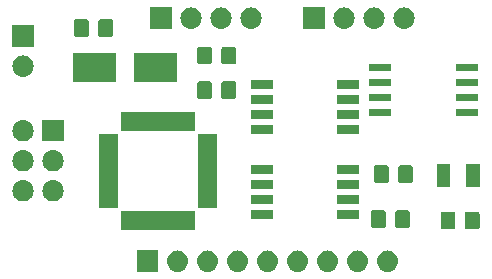
<source format=gts>
G04 #@! TF.GenerationSoftware,KiCad,Pcbnew,(5.1.4)-1*
G04 #@! TF.CreationDate,2019-10-15T21:25:22-05:00*
G04 #@! TF.ProjectId,BACEE,42414345-452e-46b6-9963-61645f706362,1*
G04 #@! TF.SameCoordinates,Original*
G04 #@! TF.FileFunction,Soldermask,Top*
G04 #@! TF.FilePolarity,Negative*
%FSLAX46Y46*%
G04 Gerber Fmt 4.6, Leading zero omitted, Abs format (unit mm)*
G04 Created by KiCad (PCBNEW (5.1.4)-1) date 2019-10-15 21:25:22*
%MOMM*%
%LPD*%
G04 APERTURE LIST*
%ADD10C,0.100000*%
G04 APERTURE END LIST*
D10*
G36*
X104504442Y-95879518D02*
G01*
X104570627Y-95886037D01*
X104740466Y-95937557D01*
X104896991Y-96021222D01*
X104932729Y-96050552D01*
X105034186Y-96133814D01*
X105117448Y-96235271D01*
X105146778Y-96271009D01*
X105230443Y-96427534D01*
X105281963Y-96597373D01*
X105299359Y-96774000D01*
X105281963Y-96950627D01*
X105230443Y-97120466D01*
X105146778Y-97276991D01*
X105117448Y-97312729D01*
X105034186Y-97414186D01*
X104932729Y-97497448D01*
X104896991Y-97526778D01*
X104740466Y-97610443D01*
X104570627Y-97661963D01*
X104504443Y-97668481D01*
X104438260Y-97675000D01*
X104349740Y-97675000D01*
X104283557Y-97668481D01*
X104217373Y-97661963D01*
X104047534Y-97610443D01*
X103891009Y-97526778D01*
X103855271Y-97497448D01*
X103753814Y-97414186D01*
X103670552Y-97312729D01*
X103641222Y-97276991D01*
X103557557Y-97120466D01*
X103506037Y-96950627D01*
X103488641Y-96774000D01*
X103506037Y-96597373D01*
X103557557Y-96427534D01*
X103641222Y-96271009D01*
X103670552Y-96235271D01*
X103753814Y-96133814D01*
X103855271Y-96050552D01*
X103891009Y-96021222D01*
X104047534Y-95937557D01*
X104217373Y-95886037D01*
X104283557Y-95879519D01*
X104349740Y-95873000D01*
X104438260Y-95873000D01*
X104504442Y-95879518D01*
X104504442Y-95879518D01*
G37*
G36*
X101964442Y-95879518D02*
G01*
X102030627Y-95886037D01*
X102200466Y-95937557D01*
X102356991Y-96021222D01*
X102392729Y-96050552D01*
X102494186Y-96133814D01*
X102577448Y-96235271D01*
X102606778Y-96271009D01*
X102690443Y-96427534D01*
X102741963Y-96597373D01*
X102759359Y-96774000D01*
X102741963Y-96950627D01*
X102690443Y-97120466D01*
X102606778Y-97276991D01*
X102577448Y-97312729D01*
X102494186Y-97414186D01*
X102392729Y-97497448D01*
X102356991Y-97526778D01*
X102200466Y-97610443D01*
X102030627Y-97661963D01*
X101964443Y-97668481D01*
X101898260Y-97675000D01*
X101809740Y-97675000D01*
X101743557Y-97668481D01*
X101677373Y-97661963D01*
X101507534Y-97610443D01*
X101351009Y-97526778D01*
X101315271Y-97497448D01*
X101213814Y-97414186D01*
X101130552Y-97312729D01*
X101101222Y-97276991D01*
X101017557Y-97120466D01*
X100966037Y-96950627D01*
X100948641Y-96774000D01*
X100966037Y-96597373D01*
X101017557Y-96427534D01*
X101101222Y-96271009D01*
X101130552Y-96235271D01*
X101213814Y-96133814D01*
X101315271Y-96050552D01*
X101351009Y-96021222D01*
X101507534Y-95937557D01*
X101677373Y-95886037D01*
X101743557Y-95879519D01*
X101809740Y-95873000D01*
X101898260Y-95873000D01*
X101964442Y-95879518D01*
X101964442Y-95879518D01*
G37*
G36*
X84975000Y-97675000D02*
G01*
X83173000Y-97675000D01*
X83173000Y-95873000D01*
X84975000Y-95873000D01*
X84975000Y-97675000D01*
X84975000Y-97675000D01*
G37*
G36*
X86724442Y-95879518D02*
G01*
X86790627Y-95886037D01*
X86960466Y-95937557D01*
X87116991Y-96021222D01*
X87152729Y-96050552D01*
X87254186Y-96133814D01*
X87337448Y-96235271D01*
X87366778Y-96271009D01*
X87450443Y-96427534D01*
X87501963Y-96597373D01*
X87519359Y-96774000D01*
X87501963Y-96950627D01*
X87450443Y-97120466D01*
X87366778Y-97276991D01*
X87337448Y-97312729D01*
X87254186Y-97414186D01*
X87152729Y-97497448D01*
X87116991Y-97526778D01*
X86960466Y-97610443D01*
X86790627Y-97661963D01*
X86724443Y-97668481D01*
X86658260Y-97675000D01*
X86569740Y-97675000D01*
X86503557Y-97668481D01*
X86437373Y-97661963D01*
X86267534Y-97610443D01*
X86111009Y-97526778D01*
X86075271Y-97497448D01*
X85973814Y-97414186D01*
X85890552Y-97312729D01*
X85861222Y-97276991D01*
X85777557Y-97120466D01*
X85726037Y-96950627D01*
X85708641Y-96774000D01*
X85726037Y-96597373D01*
X85777557Y-96427534D01*
X85861222Y-96271009D01*
X85890552Y-96235271D01*
X85973814Y-96133814D01*
X86075271Y-96050552D01*
X86111009Y-96021222D01*
X86267534Y-95937557D01*
X86437373Y-95886037D01*
X86503558Y-95879518D01*
X86569740Y-95873000D01*
X86658260Y-95873000D01*
X86724442Y-95879518D01*
X86724442Y-95879518D01*
G37*
G36*
X89264442Y-95879518D02*
G01*
X89330627Y-95886037D01*
X89500466Y-95937557D01*
X89656991Y-96021222D01*
X89692729Y-96050552D01*
X89794186Y-96133814D01*
X89877448Y-96235271D01*
X89906778Y-96271009D01*
X89990443Y-96427534D01*
X90041963Y-96597373D01*
X90059359Y-96774000D01*
X90041963Y-96950627D01*
X89990443Y-97120466D01*
X89906778Y-97276991D01*
X89877448Y-97312729D01*
X89794186Y-97414186D01*
X89692729Y-97497448D01*
X89656991Y-97526778D01*
X89500466Y-97610443D01*
X89330627Y-97661963D01*
X89264443Y-97668481D01*
X89198260Y-97675000D01*
X89109740Y-97675000D01*
X89043557Y-97668481D01*
X88977373Y-97661963D01*
X88807534Y-97610443D01*
X88651009Y-97526778D01*
X88615271Y-97497448D01*
X88513814Y-97414186D01*
X88430552Y-97312729D01*
X88401222Y-97276991D01*
X88317557Y-97120466D01*
X88266037Y-96950627D01*
X88248641Y-96774000D01*
X88266037Y-96597373D01*
X88317557Y-96427534D01*
X88401222Y-96271009D01*
X88430552Y-96235271D01*
X88513814Y-96133814D01*
X88615271Y-96050552D01*
X88651009Y-96021222D01*
X88807534Y-95937557D01*
X88977373Y-95886037D01*
X89043558Y-95879518D01*
X89109740Y-95873000D01*
X89198260Y-95873000D01*
X89264442Y-95879518D01*
X89264442Y-95879518D01*
G37*
G36*
X94344442Y-95879518D02*
G01*
X94410627Y-95886037D01*
X94580466Y-95937557D01*
X94736991Y-96021222D01*
X94772729Y-96050552D01*
X94874186Y-96133814D01*
X94957448Y-96235271D01*
X94986778Y-96271009D01*
X95070443Y-96427534D01*
X95121963Y-96597373D01*
X95139359Y-96774000D01*
X95121963Y-96950627D01*
X95070443Y-97120466D01*
X94986778Y-97276991D01*
X94957448Y-97312729D01*
X94874186Y-97414186D01*
X94772729Y-97497448D01*
X94736991Y-97526778D01*
X94580466Y-97610443D01*
X94410627Y-97661963D01*
X94344443Y-97668481D01*
X94278260Y-97675000D01*
X94189740Y-97675000D01*
X94123557Y-97668481D01*
X94057373Y-97661963D01*
X93887534Y-97610443D01*
X93731009Y-97526778D01*
X93695271Y-97497448D01*
X93593814Y-97414186D01*
X93510552Y-97312729D01*
X93481222Y-97276991D01*
X93397557Y-97120466D01*
X93346037Y-96950627D01*
X93328641Y-96774000D01*
X93346037Y-96597373D01*
X93397557Y-96427534D01*
X93481222Y-96271009D01*
X93510552Y-96235271D01*
X93593814Y-96133814D01*
X93695271Y-96050552D01*
X93731009Y-96021222D01*
X93887534Y-95937557D01*
X94057373Y-95886037D01*
X94123558Y-95879518D01*
X94189740Y-95873000D01*
X94278260Y-95873000D01*
X94344442Y-95879518D01*
X94344442Y-95879518D01*
G37*
G36*
X96884442Y-95879518D02*
G01*
X96950627Y-95886037D01*
X97120466Y-95937557D01*
X97276991Y-96021222D01*
X97312729Y-96050552D01*
X97414186Y-96133814D01*
X97497448Y-96235271D01*
X97526778Y-96271009D01*
X97610443Y-96427534D01*
X97661963Y-96597373D01*
X97679359Y-96774000D01*
X97661963Y-96950627D01*
X97610443Y-97120466D01*
X97526778Y-97276991D01*
X97497448Y-97312729D01*
X97414186Y-97414186D01*
X97312729Y-97497448D01*
X97276991Y-97526778D01*
X97120466Y-97610443D01*
X96950627Y-97661963D01*
X96884443Y-97668481D01*
X96818260Y-97675000D01*
X96729740Y-97675000D01*
X96663557Y-97668481D01*
X96597373Y-97661963D01*
X96427534Y-97610443D01*
X96271009Y-97526778D01*
X96235271Y-97497448D01*
X96133814Y-97414186D01*
X96050552Y-97312729D01*
X96021222Y-97276991D01*
X95937557Y-97120466D01*
X95886037Y-96950627D01*
X95868641Y-96774000D01*
X95886037Y-96597373D01*
X95937557Y-96427534D01*
X96021222Y-96271009D01*
X96050552Y-96235271D01*
X96133814Y-96133814D01*
X96235271Y-96050552D01*
X96271009Y-96021222D01*
X96427534Y-95937557D01*
X96597373Y-95886037D01*
X96663558Y-95879518D01*
X96729740Y-95873000D01*
X96818260Y-95873000D01*
X96884442Y-95879518D01*
X96884442Y-95879518D01*
G37*
G36*
X99424442Y-95879518D02*
G01*
X99490627Y-95886037D01*
X99660466Y-95937557D01*
X99816991Y-96021222D01*
X99852729Y-96050552D01*
X99954186Y-96133814D01*
X100037448Y-96235271D01*
X100066778Y-96271009D01*
X100150443Y-96427534D01*
X100201963Y-96597373D01*
X100219359Y-96774000D01*
X100201963Y-96950627D01*
X100150443Y-97120466D01*
X100066778Y-97276991D01*
X100037448Y-97312729D01*
X99954186Y-97414186D01*
X99852729Y-97497448D01*
X99816991Y-97526778D01*
X99660466Y-97610443D01*
X99490627Y-97661963D01*
X99424443Y-97668481D01*
X99358260Y-97675000D01*
X99269740Y-97675000D01*
X99203557Y-97668481D01*
X99137373Y-97661963D01*
X98967534Y-97610443D01*
X98811009Y-97526778D01*
X98775271Y-97497448D01*
X98673814Y-97414186D01*
X98590552Y-97312729D01*
X98561222Y-97276991D01*
X98477557Y-97120466D01*
X98426037Y-96950627D01*
X98408641Y-96774000D01*
X98426037Y-96597373D01*
X98477557Y-96427534D01*
X98561222Y-96271009D01*
X98590552Y-96235271D01*
X98673814Y-96133814D01*
X98775271Y-96050552D01*
X98811009Y-96021222D01*
X98967534Y-95937557D01*
X99137373Y-95886037D01*
X99203558Y-95879518D01*
X99269740Y-95873000D01*
X99358260Y-95873000D01*
X99424442Y-95879518D01*
X99424442Y-95879518D01*
G37*
G36*
X91804442Y-95879518D02*
G01*
X91870627Y-95886037D01*
X92040466Y-95937557D01*
X92196991Y-96021222D01*
X92232729Y-96050552D01*
X92334186Y-96133814D01*
X92417448Y-96235271D01*
X92446778Y-96271009D01*
X92530443Y-96427534D01*
X92581963Y-96597373D01*
X92599359Y-96774000D01*
X92581963Y-96950627D01*
X92530443Y-97120466D01*
X92446778Y-97276991D01*
X92417448Y-97312729D01*
X92334186Y-97414186D01*
X92232729Y-97497448D01*
X92196991Y-97526778D01*
X92040466Y-97610443D01*
X91870627Y-97661963D01*
X91804443Y-97668481D01*
X91738260Y-97675000D01*
X91649740Y-97675000D01*
X91583557Y-97668481D01*
X91517373Y-97661963D01*
X91347534Y-97610443D01*
X91191009Y-97526778D01*
X91155271Y-97497448D01*
X91053814Y-97414186D01*
X90970552Y-97312729D01*
X90941222Y-97276991D01*
X90857557Y-97120466D01*
X90806037Y-96950627D01*
X90788641Y-96774000D01*
X90806037Y-96597373D01*
X90857557Y-96427534D01*
X90941222Y-96271009D01*
X90970552Y-96235271D01*
X91053814Y-96133814D01*
X91155271Y-96050552D01*
X91191009Y-96021222D01*
X91347534Y-95937557D01*
X91517373Y-95886037D01*
X91583558Y-95879518D01*
X91649740Y-95873000D01*
X91738260Y-95873000D01*
X91804442Y-95879518D01*
X91804442Y-95879518D01*
G37*
G36*
X88089000Y-94155000D02*
G01*
X81837000Y-94155000D01*
X81837000Y-92553000D01*
X88089000Y-92553000D01*
X88089000Y-94155000D01*
X88089000Y-94155000D01*
G37*
G36*
X112021674Y-92598465D02*
G01*
X112059367Y-92609899D01*
X112094103Y-92628466D01*
X112124548Y-92653452D01*
X112149534Y-92683897D01*
X112168101Y-92718633D01*
X112179535Y-92756326D01*
X112184000Y-92801661D01*
X112184000Y-93888339D01*
X112179535Y-93933674D01*
X112168101Y-93971367D01*
X112149534Y-94006103D01*
X112124548Y-94036548D01*
X112094103Y-94061534D01*
X112059367Y-94080101D01*
X112021674Y-94091535D01*
X111976339Y-94096000D01*
X111139661Y-94096000D01*
X111094326Y-94091535D01*
X111056633Y-94080101D01*
X111021897Y-94061534D01*
X110991452Y-94036548D01*
X110966466Y-94006103D01*
X110947899Y-93971367D01*
X110936465Y-93933674D01*
X110932000Y-93888339D01*
X110932000Y-92801661D01*
X110936465Y-92756326D01*
X110947899Y-92718633D01*
X110966466Y-92683897D01*
X110991452Y-92653452D01*
X111021897Y-92628466D01*
X111056633Y-92609899D01*
X111094326Y-92598465D01*
X111139661Y-92594000D01*
X111976339Y-92594000D01*
X112021674Y-92598465D01*
X112021674Y-92598465D01*
G37*
G36*
X109971674Y-92598465D02*
G01*
X110009367Y-92609899D01*
X110044103Y-92628466D01*
X110074548Y-92653452D01*
X110099534Y-92683897D01*
X110118101Y-92718633D01*
X110129535Y-92756326D01*
X110134000Y-92801661D01*
X110134000Y-93888339D01*
X110129535Y-93933674D01*
X110118101Y-93971367D01*
X110099534Y-94006103D01*
X110074548Y-94036548D01*
X110044103Y-94061534D01*
X110009367Y-94080101D01*
X109971674Y-94091535D01*
X109926339Y-94096000D01*
X109089661Y-94096000D01*
X109044326Y-94091535D01*
X109006633Y-94080101D01*
X108971897Y-94061534D01*
X108941452Y-94036548D01*
X108916466Y-94006103D01*
X108897899Y-93971367D01*
X108886465Y-93933674D01*
X108882000Y-93888339D01*
X108882000Y-92801661D01*
X108886465Y-92756326D01*
X108897899Y-92718633D01*
X108916466Y-92683897D01*
X108941452Y-92653452D01*
X108971897Y-92628466D01*
X109006633Y-92609899D01*
X109044326Y-92598465D01*
X109089661Y-92594000D01*
X109926339Y-92594000D01*
X109971674Y-92598465D01*
X109971674Y-92598465D01*
G37*
G36*
X106127674Y-92471465D02*
G01*
X106165367Y-92482899D01*
X106200103Y-92501466D01*
X106230548Y-92526452D01*
X106255534Y-92556897D01*
X106274101Y-92591633D01*
X106285535Y-92629326D01*
X106290000Y-92674661D01*
X106290000Y-93761339D01*
X106285535Y-93806674D01*
X106274101Y-93844367D01*
X106255534Y-93879103D01*
X106230548Y-93909548D01*
X106200103Y-93934534D01*
X106165367Y-93953101D01*
X106127674Y-93964535D01*
X106082339Y-93969000D01*
X105245661Y-93969000D01*
X105200326Y-93964535D01*
X105162633Y-93953101D01*
X105127897Y-93934534D01*
X105097452Y-93909548D01*
X105072466Y-93879103D01*
X105053899Y-93844367D01*
X105042465Y-93806674D01*
X105038000Y-93761339D01*
X105038000Y-92674661D01*
X105042465Y-92629326D01*
X105053899Y-92591633D01*
X105072466Y-92556897D01*
X105097452Y-92526452D01*
X105127897Y-92501466D01*
X105162633Y-92482899D01*
X105200326Y-92471465D01*
X105245661Y-92467000D01*
X106082339Y-92467000D01*
X106127674Y-92471465D01*
X106127674Y-92471465D01*
G37*
G36*
X104077674Y-92471465D02*
G01*
X104115367Y-92482899D01*
X104150103Y-92501466D01*
X104180548Y-92526452D01*
X104205534Y-92556897D01*
X104224101Y-92591633D01*
X104235535Y-92629326D01*
X104240000Y-92674661D01*
X104240000Y-93761339D01*
X104235535Y-93806674D01*
X104224101Y-93844367D01*
X104205534Y-93879103D01*
X104180548Y-93909548D01*
X104150103Y-93934534D01*
X104115367Y-93953101D01*
X104077674Y-93964535D01*
X104032339Y-93969000D01*
X103195661Y-93969000D01*
X103150326Y-93964535D01*
X103112633Y-93953101D01*
X103077897Y-93934534D01*
X103047452Y-93909548D01*
X103022466Y-93879103D01*
X103003899Y-93844367D01*
X102992465Y-93806674D01*
X102988000Y-93761339D01*
X102988000Y-92674661D01*
X102992465Y-92629326D01*
X103003899Y-92591633D01*
X103022466Y-92556897D01*
X103047452Y-92526452D01*
X103077897Y-92501466D01*
X103112633Y-92482899D01*
X103150326Y-92471465D01*
X103195661Y-92467000D01*
X104032339Y-92467000D01*
X104077674Y-92471465D01*
X104077674Y-92471465D01*
G37*
G36*
X101960000Y-93213000D02*
G01*
X100158000Y-93213000D01*
X100158000Y-92461000D01*
X101960000Y-92461000D01*
X101960000Y-93213000D01*
X101960000Y-93213000D01*
G37*
G36*
X94660000Y-93213000D02*
G01*
X92858000Y-93213000D01*
X92858000Y-92461000D01*
X94660000Y-92461000D01*
X94660000Y-93213000D01*
X94660000Y-93213000D01*
G37*
G36*
X89964000Y-92280000D02*
G01*
X88362000Y-92280000D01*
X88362000Y-86028000D01*
X89964000Y-86028000D01*
X89964000Y-92280000D01*
X89964000Y-92280000D01*
G37*
G36*
X81564000Y-92280000D02*
G01*
X79962000Y-92280000D01*
X79962000Y-86028000D01*
X81564000Y-86028000D01*
X81564000Y-92280000D01*
X81564000Y-92280000D01*
G37*
G36*
X94660000Y-91943000D02*
G01*
X92858000Y-91943000D01*
X92858000Y-91191000D01*
X94660000Y-91191000D01*
X94660000Y-91943000D01*
X94660000Y-91943000D01*
G37*
G36*
X101960000Y-91943000D02*
G01*
X100158000Y-91943000D01*
X100158000Y-91191000D01*
X101960000Y-91191000D01*
X101960000Y-91943000D01*
X101960000Y-91943000D01*
G37*
G36*
X76183442Y-89910518D02*
G01*
X76249627Y-89917037D01*
X76419466Y-89968557D01*
X76575991Y-90052222D01*
X76596560Y-90069103D01*
X76713186Y-90164814D01*
X76796448Y-90266271D01*
X76825778Y-90302009D01*
X76909443Y-90458534D01*
X76960963Y-90628373D01*
X76978359Y-90805000D01*
X76960963Y-90981627D01*
X76909443Y-91151466D01*
X76909442Y-91151468D01*
X76867610Y-91229729D01*
X76825778Y-91307991D01*
X76796448Y-91343729D01*
X76713186Y-91445186D01*
X76611729Y-91528448D01*
X76575991Y-91557778D01*
X76419466Y-91641443D01*
X76249627Y-91692963D01*
X76183442Y-91699482D01*
X76117260Y-91706000D01*
X76028740Y-91706000D01*
X75962558Y-91699482D01*
X75896373Y-91692963D01*
X75726534Y-91641443D01*
X75570009Y-91557778D01*
X75534271Y-91528448D01*
X75432814Y-91445186D01*
X75349552Y-91343729D01*
X75320222Y-91307991D01*
X75278390Y-91229729D01*
X75236558Y-91151468D01*
X75236557Y-91151466D01*
X75185037Y-90981627D01*
X75167641Y-90805000D01*
X75185037Y-90628373D01*
X75236557Y-90458534D01*
X75320222Y-90302009D01*
X75349552Y-90266271D01*
X75432814Y-90164814D01*
X75549440Y-90069103D01*
X75570009Y-90052222D01*
X75726534Y-89968557D01*
X75896373Y-89917037D01*
X75962558Y-89910518D01*
X76028740Y-89904000D01*
X76117260Y-89904000D01*
X76183442Y-89910518D01*
X76183442Y-89910518D01*
G37*
G36*
X73643442Y-89910518D02*
G01*
X73709627Y-89917037D01*
X73879466Y-89968557D01*
X74035991Y-90052222D01*
X74056560Y-90069103D01*
X74173186Y-90164814D01*
X74256448Y-90266271D01*
X74285778Y-90302009D01*
X74369443Y-90458534D01*
X74420963Y-90628373D01*
X74438359Y-90805000D01*
X74420963Y-90981627D01*
X74369443Y-91151466D01*
X74369442Y-91151468D01*
X74327610Y-91229729D01*
X74285778Y-91307991D01*
X74256448Y-91343729D01*
X74173186Y-91445186D01*
X74071729Y-91528448D01*
X74035991Y-91557778D01*
X73879466Y-91641443D01*
X73709627Y-91692963D01*
X73643442Y-91699482D01*
X73577260Y-91706000D01*
X73488740Y-91706000D01*
X73422558Y-91699482D01*
X73356373Y-91692963D01*
X73186534Y-91641443D01*
X73030009Y-91557778D01*
X72994271Y-91528448D01*
X72892814Y-91445186D01*
X72809552Y-91343729D01*
X72780222Y-91307991D01*
X72738390Y-91229729D01*
X72696558Y-91151468D01*
X72696557Y-91151466D01*
X72645037Y-90981627D01*
X72627641Y-90805000D01*
X72645037Y-90628373D01*
X72696557Y-90458534D01*
X72780222Y-90302009D01*
X72809552Y-90266271D01*
X72892814Y-90164814D01*
X73009440Y-90069103D01*
X73030009Y-90052222D01*
X73186534Y-89968557D01*
X73356373Y-89917037D01*
X73422558Y-89910518D01*
X73488740Y-89904000D01*
X73577260Y-89904000D01*
X73643442Y-89910518D01*
X73643442Y-89910518D01*
G37*
G36*
X94660000Y-90673000D02*
G01*
X92858000Y-90673000D01*
X92858000Y-89921000D01*
X94660000Y-89921000D01*
X94660000Y-90673000D01*
X94660000Y-90673000D01*
G37*
G36*
X101960000Y-90673000D02*
G01*
X100158000Y-90673000D01*
X100158000Y-89921000D01*
X101960000Y-89921000D01*
X101960000Y-90673000D01*
X101960000Y-90673000D01*
G37*
G36*
X112184000Y-90486000D02*
G01*
X111082000Y-90486000D01*
X111082000Y-88584000D01*
X112184000Y-88584000D01*
X112184000Y-90486000D01*
X112184000Y-90486000D01*
G37*
G36*
X109684000Y-90486000D02*
G01*
X108582000Y-90486000D01*
X108582000Y-88584000D01*
X109684000Y-88584000D01*
X109684000Y-90486000D01*
X109684000Y-90486000D01*
G37*
G36*
X106381674Y-88661465D02*
G01*
X106419367Y-88672899D01*
X106454103Y-88691466D01*
X106484548Y-88716452D01*
X106509534Y-88746897D01*
X106528101Y-88781633D01*
X106539535Y-88819326D01*
X106544000Y-88864661D01*
X106544000Y-89951339D01*
X106539535Y-89996674D01*
X106528101Y-90034367D01*
X106509534Y-90069103D01*
X106484548Y-90099548D01*
X106454103Y-90124534D01*
X106419367Y-90143101D01*
X106381674Y-90154535D01*
X106336339Y-90159000D01*
X105499661Y-90159000D01*
X105454326Y-90154535D01*
X105416633Y-90143101D01*
X105381897Y-90124534D01*
X105351452Y-90099548D01*
X105326466Y-90069103D01*
X105307899Y-90034367D01*
X105296465Y-89996674D01*
X105292000Y-89951339D01*
X105292000Y-88864661D01*
X105296465Y-88819326D01*
X105307899Y-88781633D01*
X105326466Y-88746897D01*
X105351452Y-88716452D01*
X105381897Y-88691466D01*
X105416633Y-88672899D01*
X105454326Y-88661465D01*
X105499661Y-88657000D01*
X106336339Y-88657000D01*
X106381674Y-88661465D01*
X106381674Y-88661465D01*
G37*
G36*
X104331674Y-88661465D02*
G01*
X104369367Y-88672899D01*
X104404103Y-88691466D01*
X104434548Y-88716452D01*
X104459534Y-88746897D01*
X104478101Y-88781633D01*
X104489535Y-88819326D01*
X104494000Y-88864661D01*
X104494000Y-89951339D01*
X104489535Y-89996674D01*
X104478101Y-90034367D01*
X104459534Y-90069103D01*
X104434548Y-90099548D01*
X104404103Y-90124534D01*
X104369367Y-90143101D01*
X104331674Y-90154535D01*
X104286339Y-90159000D01*
X103449661Y-90159000D01*
X103404326Y-90154535D01*
X103366633Y-90143101D01*
X103331897Y-90124534D01*
X103301452Y-90099548D01*
X103276466Y-90069103D01*
X103257899Y-90034367D01*
X103246465Y-89996674D01*
X103242000Y-89951339D01*
X103242000Y-88864661D01*
X103246465Y-88819326D01*
X103257899Y-88781633D01*
X103276466Y-88746897D01*
X103301452Y-88716452D01*
X103331897Y-88691466D01*
X103366633Y-88672899D01*
X103404326Y-88661465D01*
X103449661Y-88657000D01*
X104286339Y-88657000D01*
X104331674Y-88661465D01*
X104331674Y-88661465D01*
G37*
G36*
X94660000Y-89403000D02*
G01*
X92858000Y-89403000D01*
X92858000Y-88651000D01*
X94660000Y-88651000D01*
X94660000Y-89403000D01*
X94660000Y-89403000D01*
G37*
G36*
X101960000Y-89403000D02*
G01*
X100158000Y-89403000D01*
X100158000Y-88651000D01*
X101960000Y-88651000D01*
X101960000Y-89403000D01*
X101960000Y-89403000D01*
G37*
G36*
X76183443Y-87370519D02*
G01*
X76249627Y-87377037D01*
X76419466Y-87428557D01*
X76575991Y-87512222D01*
X76611729Y-87541552D01*
X76713186Y-87624814D01*
X76796448Y-87726271D01*
X76825778Y-87762009D01*
X76909443Y-87918534D01*
X76960963Y-88088373D01*
X76978359Y-88265000D01*
X76960963Y-88441627D01*
X76909443Y-88611466D01*
X76909442Y-88611468D01*
X76885104Y-88657000D01*
X76825778Y-88767991D01*
X76814582Y-88781633D01*
X76713186Y-88905186D01*
X76611729Y-88988448D01*
X76575991Y-89017778D01*
X76419466Y-89101443D01*
X76249627Y-89152963D01*
X76183443Y-89159481D01*
X76117260Y-89166000D01*
X76028740Y-89166000D01*
X75962557Y-89159481D01*
X75896373Y-89152963D01*
X75726534Y-89101443D01*
X75570009Y-89017778D01*
X75534271Y-88988448D01*
X75432814Y-88905186D01*
X75331418Y-88781633D01*
X75320222Y-88767991D01*
X75260896Y-88657000D01*
X75236558Y-88611468D01*
X75236557Y-88611466D01*
X75185037Y-88441627D01*
X75167641Y-88265000D01*
X75185037Y-88088373D01*
X75236557Y-87918534D01*
X75320222Y-87762009D01*
X75349552Y-87726271D01*
X75432814Y-87624814D01*
X75534271Y-87541552D01*
X75570009Y-87512222D01*
X75726534Y-87428557D01*
X75896373Y-87377037D01*
X75962557Y-87370519D01*
X76028740Y-87364000D01*
X76117260Y-87364000D01*
X76183443Y-87370519D01*
X76183443Y-87370519D01*
G37*
G36*
X73643443Y-87370519D02*
G01*
X73709627Y-87377037D01*
X73879466Y-87428557D01*
X74035991Y-87512222D01*
X74071729Y-87541552D01*
X74173186Y-87624814D01*
X74256448Y-87726271D01*
X74285778Y-87762009D01*
X74369443Y-87918534D01*
X74420963Y-88088373D01*
X74438359Y-88265000D01*
X74420963Y-88441627D01*
X74369443Y-88611466D01*
X74369442Y-88611468D01*
X74345104Y-88657000D01*
X74285778Y-88767991D01*
X74274582Y-88781633D01*
X74173186Y-88905186D01*
X74071729Y-88988448D01*
X74035991Y-89017778D01*
X73879466Y-89101443D01*
X73709627Y-89152963D01*
X73643443Y-89159481D01*
X73577260Y-89166000D01*
X73488740Y-89166000D01*
X73422557Y-89159481D01*
X73356373Y-89152963D01*
X73186534Y-89101443D01*
X73030009Y-89017778D01*
X72994271Y-88988448D01*
X72892814Y-88905186D01*
X72791418Y-88781633D01*
X72780222Y-88767991D01*
X72720896Y-88657000D01*
X72696558Y-88611468D01*
X72696557Y-88611466D01*
X72645037Y-88441627D01*
X72627641Y-88265000D01*
X72645037Y-88088373D01*
X72696557Y-87918534D01*
X72780222Y-87762009D01*
X72809552Y-87726271D01*
X72892814Y-87624814D01*
X72994271Y-87541552D01*
X73030009Y-87512222D01*
X73186534Y-87428557D01*
X73356373Y-87377037D01*
X73422557Y-87370519D01*
X73488740Y-87364000D01*
X73577260Y-87364000D01*
X73643443Y-87370519D01*
X73643443Y-87370519D01*
G37*
G36*
X76974000Y-86626000D02*
G01*
X75172000Y-86626000D01*
X75172000Y-84824000D01*
X76974000Y-84824000D01*
X76974000Y-86626000D01*
X76974000Y-86626000D01*
G37*
G36*
X73643443Y-84830519D02*
G01*
X73709627Y-84837037D01*
X73879466Y-84888557D01*
X74035991Y-84972222D01*
X74071729Y-85001552D01*
X74173186Y-85084814D01*
X74256448Y-85186271D01*
X74285778Y-85222009D01*
X74369443Y-85378534D01*
X74420963Y-85548373D01*
X74438359Y-85725000D01*
X74420963Y-85901627D01*
X74369443Y-86071466D01*
X74285778Y-86227991D01*
X74256448Y-86263729D01*
X74173186Y-86365186D01*
X74071729Y-86448448D01*
X74035991Y-86477778D01*
X73879466Y-86561443D01*
X73709627Y-86612963D01*
X73643442Y-86619482D01*
X73577260Y-86626000D01*
X73488740Y-86626000D01*
X73422558Y-86619482D01*
X73356373Y-86612963D01*
X73186534Y-86561443D01*
X73030009Y-86477778D01*
X72994271Y-86448448D01*
X72892814Y-86365186D01*
X72809552Y-86263729D01*
X72780222Y-86227991D01*
X72696557Y-86071466D01*
X72645037Y-85901627D01*
X72627641Y-85725000D01*
X72645037Y-85548373D01*
X72696557Y-85378534D01*
X72780222Y-85222009D01*
X72809552Y-85186271D01*
X72892814Y-85084814D01*
X72994271Y-85001552D01*
X73030009Y-84972222D01*
X73186534Y-84888557D01*
X73356373Y-84837037D01*
X73422557Y-84830519D01*
X73488740Y-84824000D01*
X73577260Y-84824000D01*
X73643443Y-84830519D01*
X73643443Y-84830519D01*
G37*
G36*
X94660000Y-85974000D02*
G01*
X92858000Y-85974000D01*
X92858000Y-85222000D01*
X94660000Y-85222000D01*
X94660000Y-85974000D01*
X94660000Y-85974000D01*
G37*
G36*
X101960000Y-85974000D02*
G01*
X100158000Y-85974000D01*
X100158000Y-85222000D01*
X101960000Y-85222000D01*
X101960000Y-85974000D01*
X101960000Y-85974000D01*
G37*
G36*
X88089000Y-85755000D02*
G01*
X81837000Y-85755000D01*
X81837000Y-84153000D01*
X88089000Y-84153000D01*
X88089000Y-85755000D01*
X88089000Y-85755000D01*
G37*
G36*
X101960000Y-84704000D02*
G01*
X100158000Y-84704000D01*
X100158000Y-83952000D01*
X101960000Y-83952000D01*
X101960000Y-84704000D01*
X101960000Y-84704000D01*
G37*
G36*
X94660000Y-84704000D02*
G01*
X92858000Y-84704000D01*
X92858000Y-83952000D01*
X94660000Y-83952000D01*
X94660000Y-84704000D01*
X94660000Y-84704000D01*
G37*
G36*
X112068000Y-84527000D02*
G01*
X110216000Y-84527000D01*
X110216000Y-83875000D01*
X112068000Y-83875000D01*
X112068000Y-84527000D01*
X112068000Y-84527000D01*
G37*
G36*
X104668000Y-84527000D02*
G01*
X102816000Y-84527000D01*
X102816000Y-83875000D01*
X104668000Y-83875000D01*
X104668000Y-84527000D01*
X104668000Y-84527000D01*
G37*
G36*
X101960000Y-83434000D02*
G01*
X100158000Y-83434000D01*
X100158000Y-82682000D01*
X101960000Y-82682000D01*
X101960000Y-83434000D01*
X101960000Y-83434000D01*
G37*
G36*
X94660000Y-83434000D02*
G01*
X92858000Y-83434000D01*
X92858000Y-82682000D01*
X94660000Y-82682000D01*
X94660000Y-83434000D01*
X94660000Y-83434000D01*
G37*
G36*
X112068000Y-83257000D02*
G01*
X110216000Y-83257000D01*
X110216000Y-82605000D01*
X112068000Y-82605000D01*
X112068000Y-83257000D01*
X112068000Y-83257000D01*
G37*
G36*
X104668000Y-83257000D02*
G01*
X102816000Y-83257000D01*
X102816000Y-82605000D01*
X104668000Y-82605000D01*
X104668000Y-83257000D01*
X104668000Y-83257000D01*
G37*
G36*
X89363674Y-81549465D02*
G01*
X89401367Y-81560899D01*
X89436103Y-81579466D01*
X89466548Y-81604452D01*
X89491534Y-81634897D01*
X89510101Y-81669633D01*
X89521535Y-81707326D01*
X89526000Y-81752661D01*
X89526000Y-82839339D01*
X89521535Y-82884674D01*
X89510101Y-82922367D01*
X89491534Y-82957103D01*
X89466548Y-82987548D01*
X89436103Y-83012534D01*
X89401367Y-83031101D01*
X89363674Y-83042535D01*
X89318339Y-83047000D01*
X88481661Y-83047000D01*
X88436326Y-83042535D01*
X88398633Y-83031101D01*
X88363897Y-83012534D01*
X88333452Y-82987548D01*
X88308466Y-82957103D01*
X88289899Y-82922367D01*
X88278465Y-82884674D01*
X88274000Y-82839339D01*
X88274000Y-81752661D01*
X88278465Y-81707326D01*
X88289899Y-81669633D01*
X88308466Y-81634897D01*
X88333452Y-81604452D01*
X88363897Y-81579466D01*
X88398633Y-81560899D01*
X88436326Y-81549465D01*
X88481661Y-81545000D01*
X89318339Y-81545000D01*
X89363674Y-81549465D01*
X89363674Y-81549465D01*
G37*
G36*
X91413674Y-81549465D02*
G01*
X91451367Y-81560899D01*
X91486103Y-81579466D01*
X91516548Y-81604452D01*
X91541534Y-81634897D01*
X91560101Y-81669633D01*
X91571535Y-81707326D01*
X91576000Y-81752661D01*
X91576000Y-82839339D01*
X91571535Y-82884674D01*
X91560101Y-82922367D01*
X91541534Y-82957103D01*
X91516548Y-82987548D01*
X91486103Y-83012534D01*
X91451367Y-83031101D01*
X91413674Y-83042535D01*
X91368339Y-83047000D01*
X90531661Y-83047000D01*
X90486326Y-83042535D01*
X90448633Y-83031101D01*
X90413897Y-83012534D01*
X90383452Y-82987548D01*
X90358466Y-82957103D01*
X90339899Y-82922367D01*
X90328465Y-82884674D01*
X90324000Y-82839339D01*
X90324000Y-81752661D01*
X90328465Y-81707326D01*
X90339899Y-81669633D01*
X90358466Y-81634897D01*
X90383452Y-81604452D01*
X90413897Y-81579466D01*
X90448633Y-81560899D01*
X90486326Y-81549465D01*
X90531661Y-81545000D01*
X91368339Y-81545000D01*
X91413674Y-81549465D01*
X91413674Y-81549465D01*
G37*
G36*
X101960000Y-82164000D02*
G01*
X100158000Y-82164000D01*
X100158000Y-81412000D01*
X101960000Y-81412000D01*
X101960000Y-82164000D01*
X101960000Y-82164000D01*
G37*
G36*
X94660000Y-82164000D02*
G01*
X92858000Y-82164000D01*
X92858000Y-81412000D01*
X94660000Y-81412000D01*
X94660000Y-82164000D01*
X94660000Y-82164000D01*
G37*
G36*
X104668000Y-81987000D02*
G01*
X102816000Y-81987000D01*
X102816000Y-81335000D01*
X104668000Y-81335000D01*
X104668000Y-81987000D01*
X104668000Y-81987000D01*
G37*
G36*
X112068000Y-81987000D02*
G01*
X110216000Y-81987000D01*
X110216000Y-81335000D01*
X112068000Y-81335000D01*
X112068000Y-81987000D01*
X112068000Y-81987000D01*
G37*
G36*
X86570000Y-81642000D02*
G01*
X82968000Y-81642000D01*
X82968000Y-79140000D01*
X86570000Y-79140000D01*
X86570000Y-81642000D01*
X86570000Y-81642000D01*
G37*
G36*
X81370000Y-81642000D02*
G01*
X77768000Y-81642000D01*
X77768000Y-79140000D01*
X81370000Y-79140000D01*
X81370000Y-81642000D01*
X81370000Y-81642000D01*
G37*
G36*
X73643442Y-79369518D02*
G01*
X73709627Y-79376037D01*
X73879466Y-79427557D01*
X74035991Y-79511222D01*
X74071729Y-79540552D01*
X74173186Y-79623814D01*
X74256448Y-79725271D01*
X74285778Y-79761009D01*
X74369443Y-79917534D01*
X74420963Y-80087373D01*
X74438359Y-80264000D01*
X74420963Y-80440627D01*
X74369443Y-80610466D01*
X74285778Y-80766991D01*
X74256448Y-80802729D01*
X74173186Y-80904186D01*
X74071729Y-80987448D01*
X74035991Y-81016778D01*
X73879466Y-81100443D01*
X73709627Y-81151963D01*
X73643443Y-81158481D01*
X73577260Y-81165000D01*
X73488740Y-81165000D01*
X73422557Y-81158481D01*
X73356373Y-81151963D01*
X73186534Y-81100443D01*
X73030009Y-81016778D01*
X72994271Y-80987448D01*
X72892814Y-80904186D01*
X72809552Y-80802729D01*
X72780222Y-80766991D01*
X72696557Y-80610466D01*
X72645037Y-80440627D01*
X72627641Y-80264000D01*
X72645037Y-80087373D01*
X72696557Y-79917534D01*
X72780222Y-79761009D01*
X72809552Y-79725271D01*
X72892814Y-79623814D01*
X72994271Y-79540552D01*
X73030009Y-79511222D01*
X73186534Y-79427557D01*
X73356373Y-79376037D01*
X73422558Y-79369518D01*
X73488740Y-79363000D01*
X73577260Y-79363000D01*
X73643442Y-79369518D01*
X73643442Y-79369518D01*
G37*
G36*
X104668000Y-80717000D02*
G01*
X102816000Y-80717000D01*
X102816000Y-80065000D01*
X104668000Y-80065000D01*
X104668000Y-80717000D01*
X104668000Y-80717000D01*
G37*
G36*
X112068000Y-80717000D02*
G01*
X110216000Y-80717000D01*
X110216000Y-80065000D01*
X112068000Y-80065000D01*
X112068000Y-80717000D01*
X112068000Y-80717000D01*
G37*
G36*
X89363674Y-78628465D02*
G01*
X89401367Y-78639899D01*
X89436103Y-78658466D01*
X89466548Y-78683452D01*
X89491534Y-78713897D01*
X89510101Y-78748633D01*
X89521535Y-78786326D01*
X89526000Y-78831661D01*
X89526000Y-79918339D01*
X89521535Y-79963674D01*
X89510101Y-80001367D01*
X89491534Y-80036103D01*
X89466548Y-80066548D01*
X89436103Y-80091534D01*
X89401367Y-80110101D01*
X89363674Y-80121535D01*
X89318339Y-80126000D01*
X88481661Y-80126000D01*
X88436326Y-80121535D01*
X88398633Y-80110101D01*
X88363897Y-80091534D01*
X88333452Y-80066548D01*
X88308466Y-80036103D01*
X88289899Y-80001367D01*
X88278465Y-79963674D01*
X88274000Y-79918339D01*
X88274000Y-78831661D01*
X88278465Y-78786326D01*
X88289899Y-78748633D01*
X88308466Y-78713897D01*
X88333452Y-78683452D01*
X88363897Y-78658466D01*
X88398633Y-78639899D01*
X88436326Y-78628465D01*
X88481661Y-78624000D01*
X89318339Y-78624000D01*
X89363674Y-78628465D01*
X89363674Y-78628465D01*
G37*
G36*
X91413674Y-78628465D02*
G01*
X91451367Y-78639899D01*
X91486103Y-78658466D01*
X91516548Y-78683452D01*
X91541534Y-78713897D01*
X91560101Y-78748633D01*
X91571535Y-78786326D01*
X91576000Y-78831661D01*
X91576000Y-79918339D01*
X91571535Y-79963674D01*
X91560101Y-80001367D01*
X91541534Y-80036103D01*
X91516548Y-80066548D01*
X91486103Y-80091534D01*
X91451367Y-80110101D01*
X91413674Y-80121535D01*
X91368339Y-80126000D01*
X90531661Y-80126000D01*
X90486326Y-80121535D01*
X90448633Y-80110101D01*
X90413897Y-80091534D01*
X90383452Y-80066548D01*
X90358466Y-80036103D01*
X90339899Y-80001367D01*
X90328465Y-79963674D01*
X90324000Y-79918339D01*
X90324000Y-78831661D01*
X90328465Y-78786326D01*
X90339899Y-78748633D01*
X90358466Y-78713897D01*
X90383452Y-78683452D01*
X90413897Y-78658466D01*
X90448633Y-78639899D01*
X90486326Y-78628465D01*
X90531661Y-78624000D01*
X91368339Y-78624000D01*
X91413674Y-78628465D01*
X91413674Y-78628465D01*
G37*
G36*
X74434000Y-78625000D02*
G01*
X72632000Y-78625000D01*
X72632000Y-76823000D01*
X74434000Y-76823000D01*
X74434000Y-78625000D01*
X74434000Y-78625000D01*
G37*
G36*
X80990674Y-76303465D02*
G01*
X81028367Y-76314899D01*
X81063103Y-76333466D01*
X81093548Y-76358452D01*
X81118534Y-76388897D01*
X81137101Y-76423633D01*
X81148535Y-76461326D01*
X81153000Y-76506661D01*
X81153000Y-77593339D01*
X81148535Y-77638674D01*
X81137101Y-77676367D01*
X81118534Y-77711103D01*
X81093548Y-77741548D01*
X81063103Y-77766534D01*
X81028367Y-77785101D01*
X80990674Y-77796535D01*
X80945339Y-77801000D01*
X80108661Y-77801000D01*
X80063326Y-77796535D01*
X80025633Y-77785101D01*
X79990897Y-77766534D01*
X79960452Y-77741548D01*
X79935466Y-77711103D01*
X79916899Y-77676367D01*
X79905465Y-77638674D01*
X79901000Y-77593339D01*
X79901000Y-76506661D01*
X79905465Y-76461326D01*
X79916899Y-76423633D01*
X79935466Y-76388897D01*
X79960452Y-76358452D01*
X79990897Y-76333466D01*
X80025633Y-76314899D01*
X80063326Y-76303465D01*
X80108661Y-76299000D01*
X80945339Y-76299000D01*
X80990674Y-76303465D01*
X80990674Y-76303465D01*
G37*
G36*
X78940674Y-76303465D02*
G01*
X78978367Y-76314899D01*
X79013103Y-76333466D01*
X79043548Y-76358452D01*
X79068534Y-76388897D01*
X79087101Y-76423633D01*
X79098535Y-76461326D01*
X79103000Y-76506661D01*
X79103000Y-77593339D01*
X79098535Y-77638674D01*
X79087101Y-77676367D01*
X79068534Y-77711103D01*
X79043548Y-77741548D01*
X79013103Y-77766534D01*
X78978367Y-77785101D01*
X78940674Y-77796535D01*
X78895339Y-77801000D01*
X78058661Y-77801000D01*
X78013326Y-77796535D01*
X77975633Y-77785101D01*
X77940897Y-77766534D01*
X77910452Y-77741548D01*
X77885466Y-77711103D01*
X77866899Y-77676367D01*
X77855465Y-77638674D01*
X77851000Y-77593339D01*
X77851000Y-76506661D01*
X77855465Y-76461326D01*
X77866899Y-76423633D01*
X77885466Y-76388897D01*
X77910452Y-76358452D01*
X77940897Y-76333466D01*
X77975633Y-76314899D01*
X78013326Y-76303465D01*
X78058661Y-76299000D01*
X78895339Y-76299000D01*
X78940674Y-76303465D01*
X78940674Y-76303465D01*
G37*
G36*
X99072000Y-77101000D02*
G01*
X97270000Y-77101000D01*
X97270000Y-75299000D01*
X99072000Y-75299000D01*
X99072000Y-77101000D01*
X99072000Y-77101000D01*
G37*
G36*
X100821442Y-75305518D02*
G01*
X100887627Y-75312037D01*
X101057466Y-75363557D01*
X101213991Y-75447222D01*
X101249729Y-75476552D01*
X101351186Y-75559814D01*
X101434448Y-75661271D01*
X101463778Y-75697009D01*
X101547443Y-75853534D01*
X101598963Y-76023373D01*
X101616359Y-76200000D01*
X101598963Y-76376627D01*
X101547443Y-76546466D01*
X101463778Y-76702991D01*
X101434448Y-76738729D01*
X101351186Y-76840186D01*
X101249729Y-76923448D01*
X101213991Y-76952778D01*
X101057466Y-77036443D01*
X100887627Y-77087963D01*
X100821442Y-77094482D01*
X100755260Y-77101000D01*
X100666740Y-77101000D01*
X100600558Y-77094482D01*
X100534373Y-77087963D01*
X100364534Y-77036443D01*
X100208009Y-76952778D01*
X100172271Y-76923448D01*
X100070814Y-76840186D01*
X99987552Y-76738729D01*
X99958222Y-76702991D01*
X99874557Y-76546466D01*
X99823037Y-76376627D01*
X99805641Y-76200000D01*
X99823037Y-76023373D01*
X99874557Y-75853534D01*
X99958222Y-75697009D01*
X99987552Y-75661271D01*
X100070814Y-75559814D01*
X100172271Y-75476552D01*
X100208009Y-75447222D01*
X100364534Y-75363557D01*
X100534373Y-75312037D01*
X100600558Y-75305518D01*
X100666740Y-75299000D01*
X100755260Y-75299000D01*
X100821442Y-75305518D01*
X100821442Y-75305518D01*
G37*
G36*
X105901442Y-75305518D02*
G01*
X105967627Y-75312037D01*
X106137466Y-75363557D01*
X106293991Y-75447222D01*
X106329729Y-75476552D01*
X106431186Y-75559814D01*
X106514448Y-75661271D01*
X106543778Y-75697009D01*
X106627443Y-75853534D01*
X106678963Y-76023373D01*
X106696359Y-76200000D01*
X106678963Y-76376627D01*
X106627443Y-76546466D01*
X106543778Y-76702991D01*
X106514448Y-76738729D01*
X106431186Y-76840186D01*
X106329729Y-76923448D01*
X106293991Y-76952778D01*
X106137466Y-77036443D01*
X105967627Y-77087963D01*
X105901442Y-77094482D01*
X105835260Y-77101000D01*
X105746740Y-77101000D01*
X105680558Y-77094482D01*
X105614373Y-77087963D01*
X105444534Y-77036443D01*
X105288009Y-76952778D01*
X105252271Y-76923448D01*
X105150814Y-76840186D01*
X105067552Y-76738729D01*
X105038222Y-76702991D01*
X104954557Y-76546466D01*
X104903037Y-76376627D01*
X104885641Y-76200000D01*
X104903037Y-76023373D01*
X104954557Y-75853534D01*
X105038222Y-75697009D01*
X105067552Y-75661271D01*
X105150814Y-75559814D01*
X105252271Y-75476552D01*
X105288009Y-75447222D01*
X105444534Y-75363557D01*
X105614373Y-75312037D01*
X105680558Y-75305518D01*
X105746740Y-75299000D01*
X105835260Y-75299000D01*
X105901442Y-75305518D01*
X105901442Y-75305518D01*
G37*
G36*
X103361442Y-75305518D02*
G01*
X103427627Y-75312037D01*
X103597466Y-75363557D01*
X103753991Y-75447222D01*
X103789729Y-75476552D01*
X103891186Y-75559814D01*
X103974448Y-75661271D01*
X104003778Y-75697009D01*
X104087443Y-75853534D01*
X104138963Y-76023373D01*
X104156359Y-76200000D01*
X104138963Y-76376627D01*
X104087443Y-76546466D01*
X104003778Y-76702991D01*
X103974448Y-76738729D01*
X103891186Y-76840186D01*
X103789729Y-76923448D01*
X103753991Y-76952778D01*
X103597466Y-77036443D01*
X103427627Y-77087963D01*
X103361442Y-77094482D01*
X103295260Y-77101000D01*
X103206740Y-77101000D01*
X103140558Y-77094482D01*
X103074373Y-77087963D01*
X102904534Y-77036443D01*
X102748009Y-76952778D01*
X102712271Y-76923448D01*
X102610814Y-76840186D01*
X102527552Y-76738729D01*
X102498222Y-76702991D01*
X102414557Y-76546466D01*
X102363037Y-76376627D01*
X102345641Y-76200000D01*
X102363037Y-76023373D01*
X102414557Y-75853534D01*
X102498222Y-75697009D01*
X102527552Y-75661271D01*
X102610814Y-75559814D01*
X102712271Y-75476552D01*
X102748009Y-75447222D01*
X102904534Y-75363557D01*
X103074373Y-75312037D01*
X103140558Y-75305518D01*
X103206740Y-75299000D01*
X103295260Y-75299000D01*
X103361442Y-75305518D01*
X103361442Y-75305518D01*
G37*
G36*
X92947442Y-75305518D02*
G01*
X93013627Y-75312037D01*
X93183466Y-75363557D01*
X93339991Y-75447222D01*
X93375729Y-75476552D01*
X93477186Y-75559814D01*
X93560448Y-75661271D01*
X93589778Y-75697009D01*
X93673443Y-75853534D01*
X93724963Y-76023373D01*
X93742359Y-76200000D01*
X93724963Y-76376627D01*
X93673443Y-76546466D01*
X93589778Y-76702991D01*
X93560448Y-76738729D01*
X93477186Y-76840186D01*
X93375729Y-76923448D01*
X93339991Y-76952778D01*
X93183466Y-77036443D01*
X93013627Y-77087963D01*
X92947442Y-77094482D01*
X92881260Y-77101000D01*
X92792740Y-77101000D01*
X92726558Y-77094482D01*
X92660373Y-77087963D01*
X92490534Y-77036443D01*
X92334009Y-76952778D01*
X92298271Y-76923448D01*
X92196814Y-76840186D01*
X92113552Y-76738729D01*
X92084222Y-76702991D01*
X92000557Y-76546466D01*
X91949037Y-76376627D01*
X91931641Y-76200000D01*
X91949037Y-76023373D01*
X92000557Y-75853534D01*
X92084222Y-75697009D01*
X92113552Y-75661271D01*
X92196814Y-75559814D01*
X92298271Y-75476552D01*
X92334009Y-75447222D01*
X92490534Y-75363557D01*
X92660373Y-75312037D01*
X92726558Y-75305518D01*
X92792740Y-75299000D01*
X92881260Y-75299000D01*
X92947442Y-75305518D01*
X92947442Y-75305518D01*
G37*
G36*
X90407442Y-75305518D02*
G01*
X90473627Y-75312037D01*
X90643466Y-75363557D01*
X90799991Y-75447222D01*
X90835729Y-75476552D01*
X90937186Y-75559814D01*
X91020448Y-75661271D01*
X91049778Y-75697009D01*
X91133443Y-75853534D01*
X91184963Y-76023373D01*
X91202359Y-76200000D01*
X91184963Y-76376627D01*
X91133443Y-76546466D01*
X91049778Y-76702991D01*
X91020448Y-76738729D01*
X90937186Y-76840186D01*
X90835729Y-76923448D01*
X90799991Y-76952778D01*
X90643466Y-77036443D01*
X90473627Y-77087963D01*
X90407442Y-77094482D01*
X90341260Y-77101000D01*
X90252740Y-77101000D01*
X90186558Y-77094482D01*
X90120373Y-77087963D01*
X89950534Y-77036443D01*
X89794009Y-76952778D01*
X89758271Y-76923448D01*
X89656814Y-76840186D01*
X89573552Y-76738729D01*
X89544222Y-76702991D01*
X89460557Y-76546466D01*
X89409037Y-76376627D01*
X89391641Y-76200000D01*
X89409037Y-76023373D01*
X89460557Y-75853534D01*
X89544222Y-75697009D01*
X89573552Y-75661271D01*
X89656814Y-75559814D01*
X89758271Y-75476552D01*
X89794009Y-75447222D01*
X89950534Y-75363557D01*
X90120373Y-75312037D01*
X90186558Y-75305518D01*
X90252740Y-75299000D01*
X90341260Y-75299000D01*
X90407442Y-75305518D01*
X90407442Y-75305518D01*
G37*
G36*
X87867442Y-75305518D02*
G01*
X87933627Y-75312037D01*
X88103466Y-75363557D01*
X88259991Y-75447222D01*
X88295729Y-75476552D01*
X88397186Y-75559814D01*
X88480448Y-75661271D01*
X88509778Y-75697009D01*
X88593443Y-75853534D01*
X88644963Y-76023373D01*
X88662359Y-76200000D01*
X88644963Y-76376627D01*
X88593443Y-76546466D01*
X88509778Y-76702991D01*
X88480448Y-76738729D01*
X88397186Y-76840186D01*
X88295729Y-76923448D01*
X88259991Y-76952778D01*
X88103466Y-77036443D01*
X87933627Y-77087963D01*
X87867442Y-77094482D01*
X87801260Y-77101000D01*
X87712740Y-77101000D01*
X87646558Y-77094482D01*
X87580373Y-77087963D01*
X87410534Y-77036443D01*
X87254009Y-76952778D01*
X87218271Y-76923448D01*
X87116814Y-76840186D01*
X87033552Y-76738729D01*
X87004222Y-76702991D01*
X86920557Y-76546466D01*
X86869037Y-76376627D01*
X86851641Y-76200000D01*
X86869037Y-76023373D01*
X86920557Y-75853534D01*
X87004222Y-75697009D01*
X87033552Y-75661271D01*
X87116814Y-75559814D01*
X87218271Y-75476552D01*
X87254009Y-75447222D01*
X87410534Y-75363557D01*
X87580373Y-75312037D01*
X87646558Y-75305518D01*
X87712740Y-75299000D01*
X87801260Y-75299000D01*
X87867442Y-75305518D01*
X87867442Y-75305518D01*
G37*
G36*
X86118000Y-77101000D02*
G01*
X84316000Y-77101000D01*
X84316000Y-75299000D01*
X86118000Y-75299000D01*
X86118000Y-77101000D01*
X86118000Y-77101000D01*
G37*
M02*

</source>
